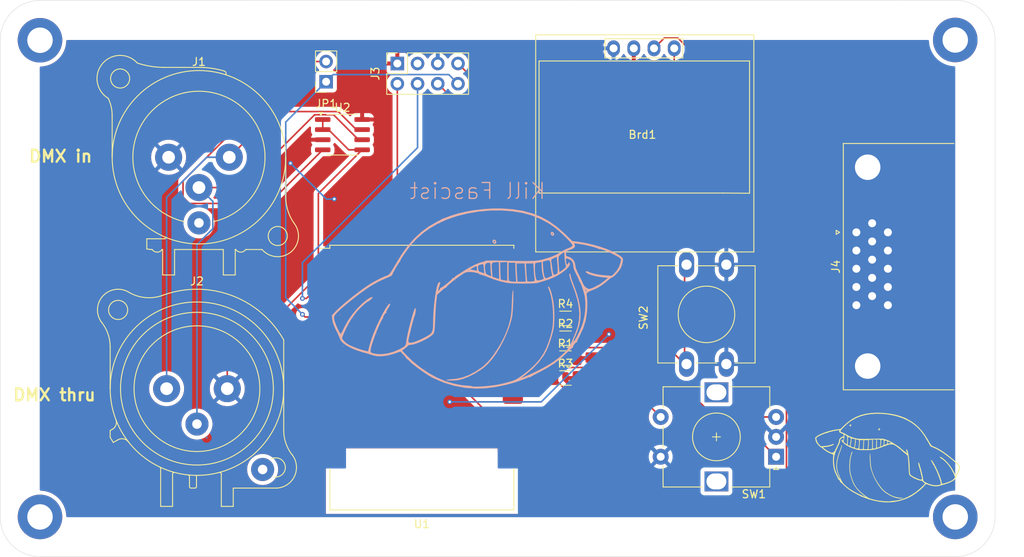
<source format=kicad_pcb>
(kicad_pcb (version 20241229) (generator "pcbnew") (generator_version "9.0")
  (layers (0 "F.Cu" signal) (2 "B.Cu" signal) (13 "F.Paste" user) (15 "B.Paste" user) (5 "F.SilkS" user "F.Silkscreen") (7 "B.SilkS" user "B.Silkscreen") (1 "F.Mask" user) (3 "B.Mask" user) (25 "Edge.Cuts" user))
  (net 0 "")
  (net 1 "GND")
  (net 2 "GPIO-4")
  (net 3 "+5V")
  (net 4 "GPIO-5")
  (net 5 "DMX2")
  (net 6 "DMX3")
  (net 7 "RESET")
  (net 8 "GPIO-0")
  (net 9 "TX")
  (net 11 "RX")
  (net 12 "GPIO-2")
  (net 13 "Net-(JP1-B)")
  (net 14 "GPIO-14")
  (net 15 "GPIO-13")
  (net 16 "GPIO-12")
  (net 17 "GPIO-15")
  (footprint "Connector_Audio:Jack_XLR_Neutrik_NC3MAAV_Vertical" (layer "F.Cu") (at 76.19 49.745)
    (property "Reference" "J1" (at 3.81 -12 0) (layer "F.SilkS"))
    (property "Value" "DMX In")
    (pad "1" thru_hole circle (at 0 0) (size 3.4 3.4) (drill 1.6) (layers "*.Cu" "*.Mask") (net 1 "GND"))
    (pad "2" thru_hole circle (at 7.62 0) (size 3.4 3.4) (drill 1.6) (layers "*.Cu" "*.Mask") (net 5 "DMX2"))
    (pad "3" thru_hole circle (at 3.81 3.81) (size 3.4 3.4) (drill 1.6) (layers "*.Cu" "*.Mask") (net 6 "DMX3"))
    (pad "G" thru_hole circle (at 3.81 8.255) (size 2.9 2.9) (drill 1.2) (layers "*.Cu" "*.Mask"))
  )
  (footprint "SSD1306:128x64OLED" (layer "F.Cu") (at 135.7 46.65)
    (property "Reference" "Brd1" (at 0 0.254 0) (layer "F.SilkS"))
    (property "Value" "SSD1306")
    (pad "1" thru_hole oval (at -3.62 -10.6 90) (size 2 1.6) (drill 1) (layers "*.Cu" "*.Mask") (net 1 "GND"))
    (pad "2" thru_hole oval (at -1.08 -10.6 90) (size 2 1.6) (drill 1) (layers "*.Cu" "*.Mask") (net 3 "+5V"))
    (pad "3" thru_hole oval (at 1.46 -10.6 90) (size 2 1.6) (drill 1) (layers "*.Cu" "*.Mask") (net 4 "GPIO-5"))
    (pad "4" thru_hole oval (at 4 -10.6 90) (size 2 1.6) (drill 1) (layers "*.Cu" "*.Mask") (net 2 "GPIO-4"))
  )
  (footprint "Package_SO:SOIC-8_3.9x4.9mm_P1.27mm" (layer "F.Cu") (at 98.025 46.905)
    (property "Reference" "U2" (at 0 -3.4 0) (layer "F.SilkS"))
    (property "Value" "MAX485E")
    (pad "1" smd roundrect (at -2.475 -1.905) (size 1.95 0.6) (layers "F.Cu" "F.Mask" "F.Paste") (net 1 "GND"))
    (pad "2" smd roundrect (at -2.475 -0.635) (size 1.95 0.6) (layers "F.Cu" "F.Mask" "F.Paste") (net 1 "GND"))
    (pad "3" smd roundrect (at -2.475 0.635) (size 1.95 0.6) (layers "F.Cu" "F.Mask" "F.Paste") (net 3 "+5V"))
    (pad "4" smd roundrect (at -2.475 1.905) (size 1.95 0.6) (layers "F.Cu" "F.Mask" "F.Paste") (net 13 "Net-(JP1-B)"))
    (pad "5" smd roundrect (at 2.475 1.905) (size 1.95 0.6) (layers "F.Cu" "F.Mask" "F.Paste") (net 1 "GND"))
    (pad "6" smd roundrect (at 2.475 0.635) (size 1.95 0.6) (layers "F.Cu" "F.Mask" "F.Paste") (net 6 "DMX3"))
    (pad "7" smd roundrect (at 2.475 -0.635) (size 1.95 0.6) (layers "F.Cu" "F.Mask" "F.Paste") (net 5 "DMX2"))
    (pad "8" smd roundrect (at 2.475 -1.905) (size 1.95 0.6) (layers "F.Cu" "F.Mask" "F.Paste") (net 3 "+5V"))
  )
  (footprint "Connector_Dsub:DSUB-15-HD_Female_Horizontal_P2.29x1.98mm_EdgePinOffset8.35mm_Housed_MountingHolesOffset10.89mm" (layer "F.Cu") (at 162.58 59.185 90)
    (property "Reference" "J4" (at -4.315 -2.58 90) (layer "F.SilkS"))
    (property "Value" "DE15_Receptacle_HighDensity")
    (pad "0" thru_hole circle (at -16.815 1.42 90) (size 4 4) (drill 3.2) (layers "*.Cu" "*.Mask"))
    (pad "0" thru_hole circle (at 8.185 1.42 90) (size 4 4) (drill 3.2) (layers "*.Cu" "*.Mask"))
    (pad "1" thru_hole rect (at 0 0 90) (size 1.6 1.6) (drill 1) (layers "*.Cu" "*.Mask"))
    (pad "2" thru_hole circle (at -2.29 0 90) (size 1.6 1.6) (drill 1) (layers "*.Cu" "*.Mask"))
    (pad "3" thru_hole circle (at -4.58 0 90) (size 1.6 1.6) (drill 1) (layers "*.Cu" "*.Mask"))
    (pad "4" thru_hole circle (at -6.87 0 90) (size 1.6 1.6) (drill 1) (layers "*.Cu" "*.Mask"))
    (pad "5" thru_hole circle (at -9.16 0 90) (size 1.6 1.6) (drill 1) (layers "*.Cu" "*.Mask"))
    (pad "6" thru_hole circle (at 1.145 1.98 90) (size 1.6 1.6) (drill 1) (layers "*.Cu" "*.Mask"))
    (pad "7" thru_hole circle (at -1.145 1.98 90) (size 1.6 1.6) (drill 1) (layers "*.Cu" "*.Mask"))
    (pad "8" thru_hole circle (at -3.435 1.98 90) (size 1.6 1.6) (drill 1) (layers "*.Cu" "*.Mask"))
    (pad "9" thru_hole circle (at -5.725 1.98 90) (size 1.6 1.6) (drill 1) (layers "*.Cu" "*.Mask"))
    (pad "10" thru_hole circle (at -8.015 1.98 90) (size 1.6 1.6) (drill 1) (layers "*.Cu" "*.Mask"))
    (pad "11" thru_hole circle (at 0 3.96 90) (size 1.6 1.6) (drill 1) (layers "*.Cu" "*.Mask"))
    (pad "12" thru_hole circle (at -2.29 3.96 90) (size 1.6 1.6) (drill 1) (layers "*.Cu" "*.Mask"))
    (pad "13" thru_hole circle (at -4.58 3.96 90) (size 1.6 1.6) (drill 1) (layers "*.Cu" "*.Mask"))
    (pad "14" thru_hole circle (at -6.87 3.96 90) (size 1.6 1.6) (drill 1) (layers "*.Cu" "*.Mask"))
    (pad "15" thru_hole circle (at -9.16 3.96 90) (size 1.6 1.6) (drill 1) (layers "*.Cu" "*.Mask"))
  )
  (footprint "Resistor_SMD:R_1206_3216Metric" (layer "F.Cu") (at 126.0375 75)
    (property "Reference" "R1" (at 0 -1.82 0) (layer "F.SilkS"))
    (property "Value" "10K")
    (pad "1" smd roundrect (at -1.4625 0) (size 1.125 1.75) (layers "F.Cu" "F.Mask" "F.Paste") (roundrect_rratio 0.222222) (net 14 "GPIO-14"))
    (pad "2" smd roundrect (at 1.4625 0) (size 1.125 1.75) (layers "F.Cu" "F.Mask" "F.Paste") (roundrect_rratio 0.222222) (net 3 "+5V"))
  )
  (footprint "Rotary_Encoder:RotaryEncoder_Alps_EC12E-Switch_Vertical_H20mm" (layer "F.Cu") (at 152.5 87.4 180)
    (property "Reference" "SW1" (at 2.8 -4.7 0) (layer "F.SilkS"))
    (property "Value" "RotaryEncoder_Switch")
    (pad "A" thru_hole rect (at 0 0 180) (size 2 2) (drill 1) (layers "*.Cu" "*.Mask") (net 16 "GPIO-12"))
    (pad "B" thru_hole circle (at 0 5 180) (size 2 2) (drill 1) (layers "*.Cu" "*.Mask") (net 15 "GPIO-13"))
    (pad "C" thru_hole circle (at 0 2.5 180) (size 2 2) (drill 1) (layers "*.Cu" "*.Mask") (net 1 "GND"))
    (pad "MP" thru_hole rect (at 7.5 -3.1 180) (size 3 2.5) (drill oval 2.5 2) (layers "*.Cu" "*.Mask"))
    (pad "MP" thru_hole rect (at 7.5 8.1 180) (size 3 2.5) (drill oval 2.5 2) (layers "*.Cu" "*.Mask"))
    (pad "S1" thru_hole circle (at 14.5 0 180) (size 2 2) (drill 1) (layers "*.Cu" "*.Mask") (net 1 "GND"))
    (pad "S2" thru_hole circle (at 14.5 5 180) (size 2 2) (drill 1) (layers "*.Cu" "*.Mask") (net 14 "GPIO-14"))
  )
  (footprint "Module:Olimex_MOD-WIFI-ESP8266-DEV" (layer "F.Cu") (at 108 74.905)
    (property "Reference" "U1" (at 0 20.955 0) (layer "F.SilkS"))
    (property "Value" "Olimex_MOD-WIFI-ESP8266-DEV")
    (pad "1" smd roundrect (at -11.43 -12.7) (size 2.54 1.524) (layers "F.Cu" "F.Mask" "F.Paste") (net 3 "+5V"))
    (pad "2" smd roundrect (at -11.43 -10.16) (size 2.54 1.524) (layers "F.Cu" "F.Mask" "F.Paste") (net 1 "GND"))
    (pad "3" smd roundrect (at -11.43 -7.62) (size 2.54 1.524) (layers "F.Cu" "F.Mask" "F.Paste") (net 9 "TX"))
    (pad "4" smd roundrect (at -11.43 -5.08) (size 2.54 1.524) (layers "F.Cu" "F.Mask" "F.Paste") (net 11 "RX"))
    (pad "5" smd roundrect (at -11.43 -2.54) (size 2.54 1.524) (layers "F.Cu" "F.Mask" "F.Paste"))
    (pad "6" smd roundrect (at -11.43 0) (size 2.54 1.524) (layers "F.Cu" "F.Mask" "F.Paste"))
    (pad "7" smd roundrect (at -11.43 2.54) (size 2.54 1.524) (layers "F.Cu" "F.Mask" "F.Paste"))
    (pad "8" smd roundrect (at -11.43 5.08) (size 2.54 1.524) (layers "F.Cu" "F.Mask" "F.Paste"))
    (pad "9" smd roundrect (at -11.43 7.62) (size 2.54 1.524) (layers "F.Cu" "F.Mask" "F.Paste"))
    (pad "10" smd roundrect (at -11.43 10.16) (size 2.54 1.524) (layers "F.Cu" "F.Mask" "F.Paste"))
    (pad "11" smd roundrect (at -11.43 12.7) (size 2.54 1.524) (layers "F.Cu" "F.Mask" "F.Paste") (net 4 "GPIO-5"))
    (pad "12" smd roundrect (at 11.43 12.7) (size 2.54 1.524) (layers "F.Cu" "F.Mask" "F.Paste"))
    (pad "13" smd roundrect (at 11.43 10.16) (size 2.54 1.524) (layers "F.Cu" "F.Mask" "F.Paste") (net 7 "RESET"))
    (pad "14" smd roundrect (at 11.43 7.62) (size 2.54 1.524) (layers "F.Cu" "F.Mask" "F.Paste"))
    (pad "15" smd roundrect (at 11.43 5.08) (size 2.54 1.524) (layers "F.Cu" "F.Mask" "F.Paste"))
    (pad "16" smd roundrect (at 11.43 2.54) (size 2.54 1.524) (layers "F.Cu" "F.Mask" "F.Paste") (net 16 "GPIO-12"))
    (pad "17" smd roundrect (at 11.43 0) (size 2.54 1.524) (layers "F.Cu" "F.Mask" "F.Paste") (net 14 "GPIO-14"))
    (pad "18" smd roundrect (at 11.43 -2.54) (size 2.54 1.524) (layers "F.Cu" "F.Mask" "F.Paste") (net 15 "GPIO-13"))
    (pad "19" smd roundrect (at 11.43 -5.08) (size 2.54 1.524) (layers "F.Cu" "F.Mask" "F.Paste") (net 17 "GPIO-15"))
    (pad "20" smd roundrect (at 11.43 -7.62) (size 2.54 1.524) (layers "F.Cu" "F.Mask" "F.Paste") (net 12 "GPIO-2"))
    (pad "21" smd roundrect (at 11.43 -10.16) (size 2.54 1.524) (layers "F.Cu" "F.Mask" "F.Paste") (net 8 "GPIO-0"))
    (pad "22" smd roundrect (at 11.43 -12.7) (size 2.54 1.524) (layers "F.Cu" "F.Mask" "F.Paste") (net 2 "GPIO-4"))
    (zone (net 0) (net_name "") (layer "F.Cu") (name "Exposed copper keepout") (connect_pads (clearance 0)) (min_thickness 0.254)
      (keepout (tracks not_allowed) (vias not_allowed) (pads not_allowed) (copperpour not_allowed) (footprints allowed))
      (fill (thermal_gap 0.508) (thermal_bridge_width 0.508))
      (polygon (pts (xy 115 66.405) (xy 101 66.405) (xy 101 60.905) (xy 115 60.905)))
    )
    (zone (net 0) (net_name "") (layers "F.Cu" "B.Cu") (name "Antenna Keepout") (connect_pads (clearance 0)) (min_thickness 0.254)
      (keepout (tracks not_allowed) (vias not_allowed) (pads not_allowed) (copperpour not_allowed) (footprints not_allowed))
      (fill (thermal_gap 0.508) (thermal_bridge_width 0.508))
      (polygon (pts (xy 117.525 88.875) (xy 120.065 88.875) (xy 120.065 94.59) (xy 95.935 94.59) (xy 95.935 88.875) (xy 98.475 88.875) (xy 98.475 86.335) (xy 117.525 86.335)))
    )
  )
  (footprint "MountingHole:MountingHole_3.2mm_M3_DIN965_Pad" (layer "F.Cu") (at 60.035534 94.964466)
    (property "Reference" "REF**" (hide yes))
    (property "Value" "MountingHole_3.2mm_M3_DIN965_Pad" (hide yes))
    (pad "1" thru_hole circle (at 0 0) (size 5.6 5.6) (drill 3.2) (layers "*.Cu" "*.Mask"))
  )
  (footprint "Resistor_SMD:R_1206_3216Metric" (layer "F.Cu") (at 126.0375 72.5)
    (property "Reference" "R2" (at 0 -1.82 0) (layer "F.SilkS"))
    (property "Value" "10K")
    (pad "1" smd roundrect (at -1.4625 0) (size 1.125 1.75) (layers "F.Cu" "F.Mask" "F.Paste") (roundrect_rratio 0.222222) (net 15 "GPIO-13"))
    (pad "2" smd roundrect (at 1.4625 0) (size 1.125 1.75) (layers "F.Cu" "F.Mask" "F.Paste") (roundrect_rratio 0.222222) (net 3 "+5V"))
  )
  (footprint "MountingHole:MountingHole_3.2mm_M3_DIN965_Pad" (layer "F.Cu") (at 60.035534 35.035534)
    (property "Reference" "REF**" (hide yes))
    (property "Value" "MountingHole_3.2mm_M3_DIN965_Pad" (hide yes))
    (pad "1" thru_hole circle (at 0 0) (size 5.6 5.6) (drill 3.2) (layers "*.Cu" "*.Mask"))
  )
  (footprint "library:wailmer_small" (layer "F.Cu") (at 166.5 87.5)
    (property "Reference" "G***" (hide yes))
    (property "Value" "LOGO" (hide yes))
  )
  (footprint "MountingHole:MountingHole_3.2mm_M3_DIN965_Pad" (layer "F.Cu") (at 175 94.964466)
    (property "Reference" "REF**" (hide yes))
    (property "Value" "MountingHole_3.2mm_M3_DIN965_Pad" (hide yes))
    (pad "1" thru_hole circle (at 0 0) (size 5.6 5.6) (drill 3.2) (layers "*.Cu" "*.Mask"))
  )
  (footprint "Resistor_SMD:R_1206_3216Metric" (layer "F.Cu") (at 126.0375 77.5)
    (property "Reference" "R3" (at 0 -1.82 0) (layer "F.SilkS"))
    (property "Value" "10K")
    (pad "1" smd roundrect (at -1.4625 0) (size 1.125 1.75) (layers "F.Cu" "F.Mask" "F.Paste") (roundrect_rratio 0.222222) (net 16 "GPIO-12"))
    (pad "2" smd roundrect (at 1.4625 0) (size 1.125 1.75) (layers "F.Cu" "F.Mask" "F.Paste") (roundrect_rratio 0.222222) (net 3 "+5V"))
  )
  (footprint "Connector_Audio:Jack_XLR_Neutrik_NC3FAAV2_Vertical" (layer "F.Cu") (at 83.56 78.84)
    (property "Reference" "J2" (at -3.81 -13.5 0) (layer "F.SilkS"))
    (property "Value" "DMX Thru")
    (pad "1" thru_hole circle (at 0 0) (size 3.4 3.4) (drill 1.6) (layers "*.Cu" "*.Mask") (net 1 "GND"))
    (pad "2" thru_hole circle (at -7.62 0) (size 3.4 3.4) (drill 1.6) (layers "*.Cu" "*.Mask") (net 5 "DMX2"))
    (pad "3" thru_hole circle (at -3.81 4.45) (size 2.9 2.9) (drill 1.2) (layers "*.Cu" "*.Mask") (net 6 "DMX3"))
    (pad "G" thru_hole circle (at 4.44 10.16) (size 2.9 2.9) (drill 1.2) (layers "*.Cu" "*.Mask"))
  )
  (footprint "Resistor_SMD:R_1206_3216Metric" (layer "F.Cu") (at 126.0375 70)
    (property "Reference" "R4" (at 0 -1.82 0) (layer "F.SilkS"))
    (property "Value" "10K")
    (pad "1" smd roundrect (at -1.4625 0) (size 1.125 1.75) (layers "F.Cu" "F.Mask" "F.Paste") (roundrect_rratio 0.222222) (net 17 "GPIO-15"))
    (pad "2" smd roundrect (at 1.4625 0) (size 1.125 1.75) (layers "F.Cu" "F.Mask" "F.Paste") (roundrect_rratio 0.222222) (net 3 "+5V"))
  )
  (footprint "Connector_PinSocket_2.54mm:PinSocket_1x02_P2.54mm_Vertical" (layer "F.Cu") (at 95.975 40.25 180)
    (property "Reference" "JP1" (at 0 -2.77 0) (layer "F.SilkS"))
    (property "Value" "Jumper_2_Bridged")
    (pad "1" thru_hole rect (at 0 0 180) (size 1.7 1.7) (drill 1) (layers "*.Cu" "*.Mask") (net 11 "RX"))
    (pad "2" thru_hole oval (at 0 2.54 180) (size 1.7 1.7) (drill 1) (layers "*.Cu" "*.Mask") (net 13 "Net-(JP1-B)"))
  )
  (footprint "Connector_PinSocket_2.54mm:PinSocket_2x04_P2.54mm_Vertical" (layer "F.Cu") (at 104.92 37.96 90)
    (property "Reference" "J3" (at -1.27 -2.77 90) (layer "F.SilkS"))
    (property "Value" "Programming Pins")
    (pad "1" thru_hole rect (at 0 0 90) (size 1.7 1.7) (drill 1) (layers "*.Cu" "*.Mask") (net 3 "+5V"))
    (pad "2" thru_hole oval (at -2.54 0 90) (size 1.7 1.7) (drill 1) (layers "*.Cu" "*.Mask") (net 7 "RESET"))
    (pad "3" thru_hole oval (at 0 2.54 90) (size 1.7 1.7) (drill 1) (layers "*.Cu" "*.Mask"))
    (pad "4" thru_hole oval (at -2.54 2.54 90) (size 1.7 1.7) (drill 1) (layers "*.Cu" "*.Mask") (net 9 "TX"))
    (pad "5" thru_hole oval (at 0 5.08 90) (size 1.7 1.7) (drill 1) (layers "*.Cu" "*.Mask") (net 1 "GND"))
    (pad "6" thru_hole oval (at -2.54 5.08 90) (size 1.7 1.7) (drill 1) (layers "*.Cu" "*.Mask") (net 12 "GPIO-2"))
    (pad "7" thru_hole oval (at 0 7.62 90) (size 1.7 1.7) (drill 1) (layers "*.Cu" "*.Mask") (net 8 "GPIO-0"))
    (pad "8" thru_hole oval (at -2.54 7.62 90) (size 1.7 1.7) (drill 1) (layers "*.Cu" "*.Mask") (net 11 "RX"))
  )
  (footprint "Button_Switch_THT:SW_PUSH-12mm" (layer "F.Cu") (at 141.25 75.75 90)
    (property "Reference" "SW2" (at 5.83 -5.41 90) (layer "F.SilkS"))
    (property "Value" "SW_Push")
    (pad "1" thru_hole oval (at 0 0 90) (size 3.2 1.9) (drill 1.3) (layers "*.Cu" "*.Mask") (net 17 "GPIO-15"))
    (pad "1" thru_hole oval (at 12.5 0 90) (size 3.2 1.9) (drill 1.3) (layers "*.Cu" "*.Mask") (net 17 "GPIO-15"))
    (pad "2" thru_hole oval (at 0 5 90) (size 3.2 1.9) (drill 1.3) (layers "*.Cu" "*.Mask") (net 1 "GND"))
    (pad "2" thru_hole oval (at 12.5 5 90) (size 3.2 1.9) (drill 1.3) (layers "*.Cu" "*.Mask") (net 1 "GND"))
  )
  (footprint "MountingHole:MountingHole_3.2mm_M3_DIN965_Pad" (layer "F.Cu") (at 175 35)
    (property "Reference" "REF**" (hide yes))
    (property "Value" "MountingHole_3.2mm_M3_DIN965_Pad" (hide yes))
    (pad "1" thru_hole circle (at 0 0) (size 5.6 5.6) (drill 3.2) (layers "*.Cu" "*.Mask"))
  )
  (footprint "library:wailmer" (layer "B.Cu") (at 115 67.5 180)
    (property "Reference" "G***" (hide yes))
    (property "Value" "LOGO" (hide yes))
    (property "Description" "Kill Fascist" (at 0 13.5 0) (layer "B.SilkS") (effects (font (size 2 2)) (justify mirror)))
  )
  (gr_line (start 60.035534 30.035534) (end 175 30) (stroke (width 0.05)) (layer "Edge.Cuts"))
  (gr_line (start 60.035534 99.964466) (end 175 99.964466) (stroke (width 0.05)) (layer "Edge.Cuts"))
  (gr_arc (start 175 30) (mid 178.535534 31.464466) (end 180 35) (stroke (width 0.05)) (layer "Edge.Cuts"))
  (gr_arc (start 55.035534 35.035534) (mid 56.5 31.5) (end 60.035534 30.035534) (stroke (width 0.05)) (layer "Edge.Cuts"))
  (gr_line (start 180 94.964466) (end 180 35) (stroke (width 0.05)) (layer "Edge.Cuts"))
  (gr_line (start 55.035534 35.035534) (end 55.035534 94.964466) (stroke (width 0.05)) (layer "Edge.Cuts"))
  (gr_arc (start 180 94.964466) (mid 178.535534 98.5) (end 175 99.964466) (stroke (width 0.05)) (layer "Edge.Cuts"))
  (gr_arc (start 60.035534 99.964466) (mid 56.5 98.5) (end 55.035534 94.964466) (stroke (width 0.05)) (layer "Edge.Cuts"))
  (gr_text "DMX in" (at 58.5 50.5 0) (layer "F.SilkS") (effects (font (size 1.5 1.5) (thickness 0.3) (bold yes)) (justify left bottom)))
  (gr_text "DMX thru" (at 56.5 80.5 0) (layer "F.SilkS") (effects (font (size 1.5 1.5) (thickness 0.3) (bold yes)) (justify left bottom)))
  (segment (start 81 85) (end 80.96 85.04) (width 0.2) (layer "B.Cu") (net 0))
  (segment (start 98.81 48.81) (end 100.5 48.81) (width 0.2) (layer "F.Cu") (net 1))
  (segment (start 95 54.31) (end 95 63.175) (width 0.2) (layer "F.Cu") (net 1))
  (segment (start 94.906471 64.745) (end 96.57 64.745) (width 0.2) (layer "F.Cu") (net 1))
  (segment (start 95 63.175) (end 96.57 64.745) (width 0.2) (layer "F.Cu") (net 1))
  (segment (start 83.56 76.091471) (end 94.906471 64.745) (width 0.2) (layer "F.Cu") (net 1))
  (segment (start 83.56 78.84) (end 83.56 76.091471) (width 0.2) (layer "F.Cu") (net 1))
  (segment (start 95.55 45) (end 95.55 46.27) (width 0.2) (layer "F.Cu") (net 1))
  (segment (start 96.27 46.27) (end 98.81 48.81) (width 0.2) (layer "F.Cu") (net 1))
  (segment (start 95.55 46.27) (end 96.27 46.27) (width 0.2) (layer "F.Cu") (net 1))
  (segment (start 100.5 48.81) (end 95 54.31) (width 0.2) (layer "F.Cu") (net 1))
  (segment (start 139.7 41.935) (end 119.43 62.205) (width 0.2) (layer "F.Cu") (net 2))
  (segment (start 139.7 36.05) (end 139.7 41.935) (width 0.2) (layer "F.Cu") (net 2))
  (via (at 131.5 72) (size 0.6) (drill 0.3) (layers "F.Cu" "B.Cu") (net 3))
  (via (at 91.5 50.5) (size 0.6) (drill 0.3) (layers "F.Cu" "B.Cu") (net 3))
  (via (at 111.5 80.5) (size 0.6) (drill 0.3) (layers "F.Cu" "B.Cu") (net 3))
  (via (at 97 55) (size 0.6) (drill 0.3) (layers "F.Cu" "B.Cu") (net 3))
  (segment (start 96 55) (end 97 55) (width 0.2) (layer "B.Cu") (net 3))
  (segment (start 123 80.5) (end 131.5 72) (width 0.2) (layer "B.Cu") (net 3))
  (segment (start 91.5 50.5) (end 96 55) (width 0.2) (layer "B.Cu") (net 3))
  (segment (start 111.5 80.5) (end 123 80.5) (width 0.2) (layer "B.Cu") (net 3))
  (segment (start 153.8 48.394365) (end 153.8 89.2) (width 0.2) (layer "F.Cu") (net 4))
  (segment (start 153.8 89.2) (end 148.31 94.69) (width 0.2) (layer "F.Cu") (net 4))
  (segment (start 137.16 36.05) (end 138.46 34.75) (width 0.2) (layer "F.Cu") (net 4))
  (segment (start 138.46 34.75) (end 140.155635 34.75) (width 0.2) (layer "F.Cu") (net 4))
  (segment (start 95.835 94.631422) (end 95.835 88.34) (width 0.2) (layer "F.Cu") (net 4))
  (segment (start 95.835 88.34) (end 96.57 87.605) (width 0.2) (layer "F.Cu") (net 4))
  (segment (start 140.155635 34.75) (end 153.8 48.394365) (width 0.2) (layer "F.Cu") (net 4))
  (segment (start 148.31 94.69) (end 95.893578 94.69) (width 0.2) (layer "F.Cu") (net 4))
  (segment (start 95.893578 94.69) (end 95.835 94.631422) (width 0.2) (layer "F.Cu") (net 4))
  (segment (start 97.5 44) (end 99.77 46.27) (width 0.2) (layer "F.Cu") (net 5))
  (segment (start 89.555 44) (end 97.5 44) (width 0.2) (layer "F.Cu") (net 5))
  (segment (start 99.77 46.27) (end 100.5 46.27) (width 0.2) (layer "F.Cu") (net 5))
  (segment (start 83.81 49.745) (end 89.555 44) (width 0.2) (layer "F.Cu") (net 5))
  (segment (start 75.94 78.84) (end 75.94 54.786572) (width 0.2) (layer "B.Cu") (net 5))
  (segment (start 75.94 54.786572) (end 80.981572 49.745) (width 0.2) (layer "B.Cu") (net 5))
  (segment (start 80.981572 49.745) (end 83.81 49.745) (width 0.2) (layer "B.Cu") (net 5))
  (segment (start 96.9 44.4) (end 100.04 47.54) (width 0.2) (layer "F.Cu") (net 6))
  (segment (start 80 53.555) (end 85.379448 53.555) (width 0.2) (layer "F.Cu") (net 6))
  (segment (start 94.534448 44.4) (end 96.9 44.4) (width 0.2) (layer "F.Cu") (net 6))
  (segment (start 100.04 47.54) (end 100.5 47.54) (width 0.2) (layer "F.Cu") (net 6))
  (segment (start 85.379448 53.555) (end 94.534448 44.4) (width 0.2) (layer "F.Cu") (net 6))
  (segment (start 81.75 58.724874) (end 81.75 55.305) (width 0.2) (layer "B.Cu") (net 6))
  (segment (start 79.75 60.724874) (end 81.75 58.724874) (width 0.2) (layer "B.Cu") (net 6))
  (segment (start 81.75 55.305) (end 80 53.555) (width 0.2) (layer "B.Cu") (net 6))
  (segment (start 79.75 83.29) (end 79.75 60.724874) (width 0.2) (layer "B.Cu") (net 6))
  (segment (start 100.9 60.863578) (end 100.9 66.535) (width 0.2) (layer "F.Cu") (net 7))
  (segment (start 104.92 40.5) (end 104.92 56.843578) (width 0.2) (layer "F.Cu") (net 7))
  (segment (start 100.9 66.535) (end 119.43 85.065) (width 0.2) (layer "F.Cu") (net 7))
  (segment (start 104.92 56.843578) (end 100.9 60.863578) (width 0.2) (layer "F.Cu") (net 7))
  (segment (start 112.54 37.96) (end 117.86 43.28) (width 0.2) (layer "F.Cu") (net 8))
  (segment (start 117.86 63.175) (end 119.43 64.745) (width 0.2) (layer "F.Cu") (net 8))
  (segment (start 117.86 43.28) (end 117.86 63.175) (width 0.2) (layer "F.Cu") (net 8))
  (segment (start 93.5 67.5) (end 93.715 67.285) (width 0.2) (layer "F.Cu") (net 9))
  (segment (start 93.715 67.285) (end 96.57 67.285) (width 0.2) (layer "F.Cu") (net 9))
  (segment (start 93 67.5) (end 93.5 67.5) (width 0.2) (layer "F.Cu") (net 9))
  (via (at 93 67.5) (size 0.6) (drill 0.3) (layers "F.Cu" "B.Cu") (net 9))
  (segment (start 93 63) (end 93 67.5) (width 0.2) (layer "B.Cu") (net 9))
  (segment (start 107.46 48.54) (end 93 63) (width 0.2) (layer "B.Cu") (net 9))
  (segment (start 107.46 40.5) (end 107.46 48.54) (width 0.2) (layer "B.Cu") (net 9))
  (segment (start 93 69.5) (end 93.325 69.825) (width 0.2) (layer "F.Cu") (net 11))
  (segment (start 93.325 69.825) (end 96.57 69.825) (width 0.2) (layer "F.Cu") (net 11))
  (via (at 93 69.5) (size 0.6) (drill 0.3) (layers "F.Cu" "B.Cu") (net 11))
  (segment (start 96.875 39.35) (end 111.39 39.35) (width 0.2) (layer "B.Cu") (net 11))
  (segment (start 90.9 45.325) (end 90.9 67.4) (width 0.2) (layer "B.Cu") (net 11))
  (segment (start 95.975 40.25) (end 90.9 45.325) (width 0.2) (layer "B.Cu") (net 11))
  (segment (start 95.975 40.25) (end 96.875 39.35) (width 0.2) (layer "B.Cu") (net 11))
  (segment (start 111.39 39.35) (end 112.54 40.5) (width 0.2) (layer "B.Cu") (net 11))
  (segment (start 90.9 67.4) (end 93 69.5) (width 0.2) (layer "B.Cu") (net 11))
  (segment (start 110 40.5) (end 115.1 45.6) (width 0.2) (layer "F.Cu") (net 12))
  (segment (start 115.1 62.955) (end 119.43 67.285) (width 0.2) (layer "F.Cu") (net 12))
  (segment (start 115.1 45.6) (end 115.1 62.955) (width 0.2) (layer "F.Cu") (net 12))
  (segment (start 78 52.726572) (end 78 54.75) (width 0.2) (layer "F.Cu") (net 13))
  (segment (start 93.016572 37.71) (end 78 52.726572) (width 0.2) (layer "F.Cu") (net 13))
  (segment (start 78.805 55.555) (end 88.805 55.555) (width 0.2) (layer "F.Cu") (net 13))
  (segment (start 88.805 55.555) (end 95.55 48.81) (width 0.2) (layer "F.Cu") (net 13))
  (segment (start 78 54.75) (end 78.805 55.555) (width 0.2) (layer "F.Cu") (net 13))
  (segment (start 95.975 37.71) (end 93.016572 37.71) (width 0.2) (layer "F.Cu") (net 13))
  (segment (start 125.75 76.175) (end 131.775 76.175) (width 0.2) (layer "F.Cu") (net 14))
  (segment (start 124.575 75) (end 125.75 76.175) (width 0.2) (layer "F.Cu") (net 14))
  (segment (start 124.575 75) (end 119.525 75) (width 0.2) (layer "F.Cu") (net 14))
  (segment (start 131.775 76.175) (end 138 82.4) (width 0.2) (layer "F.Cu") (net 14))
  (segment (start 119.525 75) (end 119.43 74.905) (width 0.2) (layer "F.Cu") (net 14))
  (segment (start 119.565 72.5) (end 119.43 72.365) (width 0.2) (layer "F.Cu") (net 15))
  (segment (start 144.75 82.4) (end 152.5 82.4) (width 0.2) (layer "F.Cu") (net 15))
  (segment (start 124.575 72.5) (end 125.75 73.675) (width 0.2) (layer "F.Cu") (net 15))
  (segment (start 125.75 73.675) (end 136.025 73.675) (width 0.2) (layer "F.Cu") (net 15))
  (segment (start 124.575 72.5) (end 119.565 72.5) (width 0.2) (layer "F.Cu") (net 15))
  (segment (start 136.025 73.675) (end 144.75 82.4) (width 0.2) (layer "F.Cu") (net 15))
  (segment (start 149.461522 84.361522) (end 152.5 87.4) (width 0.2) (layer "F.Cu") (net 16))
  (segment (start 124.575 77.5) (end 119.485 77.5) (width 0.2) (layer "F.Cu") (net 16))
  (segment (start 119.485 77.5) (end 119.43 77.445) (width 0.2) (layer "F.Cu") (net 16))
  (segment (start 124.575 77.5) (end 131.436522 84.361522) (width 0.2) (layer "F.Cu") (net 16))
  (segment (start 131.436522 84.361522) (end 149.461522 84.361522) (width 0.2) (layer "F.Cu") (net 16))
  (segment (start 119.605 70) (end 119.43 69.825) (width 0.2) (layer "F.Cu") (net 17))
  (segment (start 125.75 68.825) (end 124.575 70) (width 0.2) (layer "F.Cu") (net 17))
  (segment (start 141 75.75) (end 134.075 68.825) (width 0.2) (layer "F.Cu") (net 17))
  (segment (start 134.075 68.825) (end 125.75 68.825) (width 0.2) (layer "F.Cu") (net 17))
  (segment (start 124.575 70) (end 119.605 70) (width 0.2) (layer "F.Cu") (net 17))
  (segment (start 141 75.75) (end 141 63.25) (width 0.2) (layer "F.Cu") (net 17))
  (zone (net 3) (net_name "+5V") (layer "F.Cu") (connect_pads (clearance 0.5)) (min_thickness 0.25) (fill yes (thermal_gap 0.5) (thermal_bridge_width 0.5))
    (polygon (pts (xy 175 35) (xy 60.035534 35.035534) (xy 60.035534 94.964466) (xy 175 94.964466)))
  )
  (zone (net 1) (net_name "GND") (layer "B.Cu") (priority 1) (connect_pads (clearance 0.5)) (min_thickness 0.25) (fill yes (thermal_gap 0.5) (thermal_bridge_width 0.5))
    (polygon (pts (xy 175 35) (xy 175 95) (xy 60 95) (xy 60 35)))
  )
)
</source>
